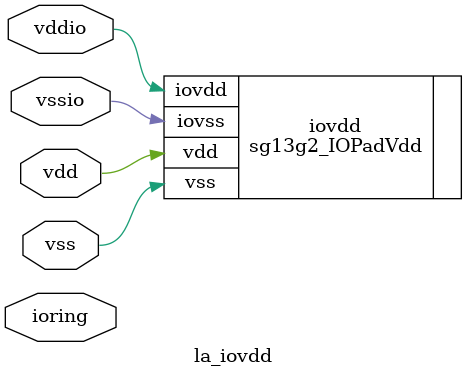
<source format=v>
(* keep_hierarchy *)
module la_iovdd #(
    parameter PROP  = "DEFAULT",  // cell type
    parameter SIDE  = "NO",       // "NO", "SO", "EA", "WE"
    parameter RINGW = 8           // width of io ring
) (
    inout vdd,  // core supply
    inout vss,  // core ground
    inout vddio,  // io supply
    inout vssio,  // io ground
    inout [RINGW-1:0] ioring  // generic io-ring interface
);

  sg13g2_IOPadVdd iovdd (
    .iovdd(vddio),
    .iovss(vssio),
    .vdd(vdd),
    .vss(vss)
  );

endmodule

</source>
